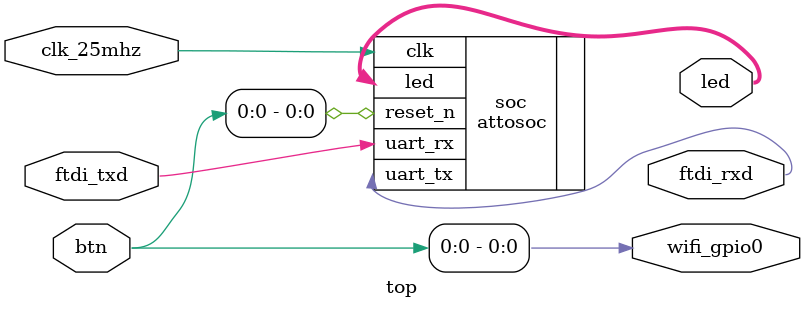
<source format=v>
module top(
    input clk_25mhz,
    input [6:0] btn,
    output [7:0] led,
    output ftdi_rxd,
    input ftdi_txd,
    output wifi_gpio0
);

assign wifi_gpio0 = btn[0]; // hold btn0 -> escape to ESP32/OLED control

attosoc soc(
    .clk(clk_25mhz),
    .reset_n(btn[0]),
    .led(led),
    .uart_tx(ftdi_rxd),
    .uart_rx(ftdi_txd)
);

endmodule

</source>
